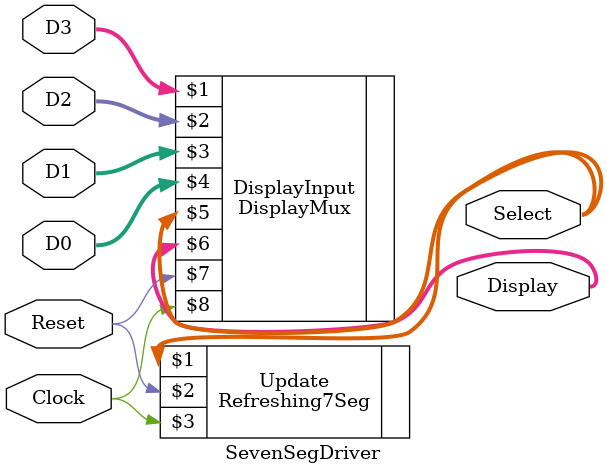
<source format=v>
`timescale 1ns / 1ps

module SevenSegDriver(D3, D2, D1, D0, Display, Reset, Clock, Select) ;
input [7:0] D3, D2, D1, D0;
input Reset, Clock;
output [7:0]	Display;

output [3:0] Select;

//module DisplayMux(D3, D2, D1, D0, Select, Display, Reset, Clock) ;
  DisplayMux DisplayInput(D3, D2, D1, D0, Select, Display, Reset, Clock) ;

//module Refreshing7Seg(Transistors,Reset, CLOCK) ;
  Refreshing7Seg Update(Select,Reset, Clock) ;
 
endmodule

</source>
